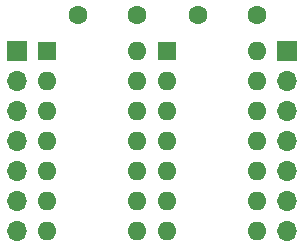
<source format=gbr>
%TF.GenerationSoftware,KiCad,Pcbnew,(5.1.8)-1*%
%TF.CreationDate,2022-06-03T11:46:24-06:00*%
%TF.ProjectId,Trigger,54726967-6765-4722-9e6b-696361645f70,rev?*%
%TF.SameCoordinates,Original*%
%TF.FileFunction,Soldermask,Bot*%
%TF.FilePolarity,Negative*%
%FSLAX46Y46*%
G04 Gerber Fmt 4.6, Leading zero omitted, Abs format (unit mm)*
G04 Created by KiCad (PCBNEW (5.1.8)-1) date 2022-06-03 11:46:24*
%MOMM*%
%LPD*%
G01*
G04 APERTURE LIST*
%ADD10O,1.700000X1.700000*%
%ADD11R,1.700000X1.700000*%
%ADD12O,1.600000X1.600000*%
%ADD13R,1.600000X1.600000*%
%ADD14C,1.600000*%
G04 APERTURE END LIST*
D10*
%TO.C,J2*%
X111760000Y-111760000D03*
X111760000Y-109220000D03*
X111760000Y-106680000D03*
X111760000Y-104140000D03*
X111760000Y-101600000D03*
X111760000Y-99060000D03*
D11*
X111760000Y-96520000D03*
%TD*%
D10*
%TO.C,J1*%
X88900000Y-111760000D03*
X88900000Y-109220000D03*
X88900000Y-106680000D03*
X88900000Y-104140000D03*
X88900000Y-101600000D03*
X88900000Y-99060000D03*
D11*
X88900000Y-96520000D03*
%TD*%
D12*
%TO.C,U2*%
X109220000Y-96520000D03*
X101600000Y-111760000D03*
X109220000Y-99060000D03*
X101600000Y-109220000D03*
X109220000Y-101600000D03*
X101600000Y-106680000D03*
X109220000Y-104140000D03*
X101600000Y-104140000D03*
X109220000Y-106680000D03*
X101600000Y-101600000D03*
X109220000Y-109220000D03*
X101600000Y-99060000D03*
X109220000Y-111760000D03*
D13*
X101600000Y-96520000D03*
%TD*%
D12*
%TO.C,U1*%
X99060000Y-96520000D03*
X91440000Y-111760000D03*
X99060000Y-99060000D03*
X91440000Y-109220000D03*
X99060000Y-101600000D03*
X91440000Y-106680000D03*
X99060000Y-104140000D03*
X91440000Y-104140000D03*
X99060000Y-106680000D03*
X91440000Y-101600000D03*
X99060000Y-109220000D03*
X91440000Y-99060000D03*
X99060000Y-111760000D03*
D13*
X91440000Y-96520000D03*
%TD*%
D14*
%TO.C,C2*%
X104220000Y-93472000D03*
X109220000Y-93472000D03*
%TD*%
%TO.C,C1*%
X94060000Y-93472000D03*
X99060000Y-93472000D03*
%TD*%
M02*

</source>
